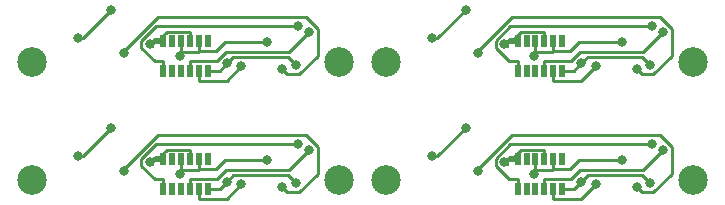
<source format=gtl>
%TF.GenerationSoftware,KiCad,Pcbnew,(6.0.1)*%
%TF.CreationDate,2022-12-02T01:02:59+09:00*%
%TF.ProjectId,VL6180ToF,564c3631-3830-4546-9f46-2e6b69636164,rev?*%
%TF.SameCoordinates,Original*%
%TF.FileFunction,Copper,L1,Top*%
%TF.FilePolarity,Positive*%
%FSLAX46Y46*%
G04 Gerber Fmt 4.6, Leading zero omitted, Abs format (unit mm)*
G04 Created by KiCad (PCBNEW (6.0.1)) date 2022-12-02 01:02:59*
%MOMM*%
%LPD*%
G01*
G04 APERTURE LIST*
%TA.AperFunction,SMDPad,CuDef*%
%ADD10R,0.508800X1.011199*%
%TD*%
%TA.AperFunction,ViaPad*%
%ADD11C,2.500000*%
%TD*%
%TA.AperFunction,ViaPad*%
%ADD12C,0.800000*%
%TD*%
%TA.AperFunction,Conductor*%
%ADD13C,0.250000*%
%TD*%
G04 APERTURE END LIST*
D10*
%TO.P,U2,1,GPIO1*%
%TO.N,Net-(R6-Pad2)*%
X128125000Y-108742200D03*
%TO.P,U2,2,NC*%
%TO.N,unconnected-(U2-Pad2)*%
X128875001Y-108742200D03*
%TO.P,U2,3,NC*%
%TO.N,unconnected-(U2-Pad3)*%
X129624999Y-108742200D03*
%TO.P,U2,4,GPIO0*%
%TO.N,Net-(R5-Pad2)*%
X130375001Y-108742200D03*
%TO.P,U2,5,SCL*%
%TO.N,Net-(Q1-Pad1)*%
X131124999Y-108742200D03*
%TO.P,U2,6,SDA*%
%TO.N,Net-(Q1-Pad4)*%
X131875000Y-108742200D03*
%TO.P,U2,7,NC*%
%TO.N,unconnected-(U2-Pad7)*%
X131875000Y-106257800D03*
%TO.P,U2,8,AVDD_VCSEL*%
%TO.N,VDD*%
X131124999Y-106257800D03*
%TO.P,U2,9,AVSS_VCSEL*%
%TO.N,GND*%
X130375001Y-106257800D03*
%TO.P,U2,10,AVDD*%
%TO.N,VDD*%
X129624999Y-106257800D03*
%TO.P,U2,11,NC*%
%TO.N,unconnected-(U2-Pad11)*%
X128875001Y-106257800D03*
%TO.P,U2,12,AVSS*%
%TO.N,GND*%
X128125000Y-106257800D03*
%TD*%
%TO.P,U2,1,GPIO1*%
%TO.N,Net-(R6-Pad2)*%
X128125000Y-118742200D03*
%TO.P,U2,2,NC*%
%TO.N,unconnected-(U2-Pad2)*%
X128875001Y-118742200D03*
%TO.P,U2,3,NC*%
%TO.N,unconnected-(U2-Pad3)*%
X129624999Y-118742200D03*
%TO.P,U2,4,GPIO0*%
%TO.N,Net-(R5-Pad2)*%
X130375001Y-118742200D03*
%TO.P,U2,5,SCL*%
%TO.N,Net-(Q1-Pad1)*%
X131124999Y-118742200D03*
%TO.P,U2,6,SDA*%
%TO.N,Net-(Q1-Pad4)*%
X131875000Y-118742200D03*
%TO.P,U2,7,NC*%
%TO.N,unconnected-(U2-Pad7)*%
X131875000Y-116257800D03*
%TO.P,U2,8,AVDD_VCSEL*%
%TO.N,VDD*%
X131124999Y-116257800D03*
%TO.P,U2,9,AVSS_VCSEL*%
%TO.N,GND*%
X130375001Y-116257800D03*
%TO.P,U2,10,AVDD*%
%TO.N,VDD*%
X129624999Y-116257800D03*
%TO.P,U2,11,NC*%
%TO.N,unconnected-(U2-Pad11)*%
X128875001Y-116257800D03*
%TO.P,U2,12,AVSS*%
%TO.N,GND*%
X128125000Y-116257800D03*
%TD*%
%TO.P,U2,1,GPIO1*%
%TO.N,Net-(R6-Pad2)*%
X158125000Y-108742200D03*
%TO.P,U2,2,NC*%
%TO.N,unconnected-(U2-Pad2)*%
X158875001Y-108742200D03*
%TO.P,U2,3,NC*%
%TO.N,unconnected-(U2-Pad3)*%
X159624999Y-108742200D03*
%TO.P,U2,4,GPIO0*%
%TO.N,Net-(R5-Pad2)*%
X160375001Y-108742200D03*
%TO.P,U2,5,SCL*%
%TO.N,Net-(Q1-Pad1)*%
X161124999Y-108742200D03*
%TO.P,U2,6,SDA*%
%TO.N,Net-(Q1-Pad4)*%
X161875000Y-108742200D03*
%TO.P,U2,7,NC*%
%TO.N,unconnected-(U2-Pad7)*%
X161875000Y-106257800D03*
%TO.P,U2,8,AVDD_VCSEL*%
%TO.N,VDD*%
X161124999Y-106257800D03*
%TO.P,U2,9,AVSS_VCSEL*%
%TO.N,GND*%
X160375001Y-106257800D03*
%TO.P,U2,10,AVDD*%
%TO.N,VDD*%
X159624999Y-106257800D03*
%TO.P,U2,11,NC*%
%TO.N,unconnected-(U2-Pad11)*%
X158875001Y-106257800D03*
%TO.P,U2,12,AVSS*%
%TO.N,GND*%
X158125000Y-106257800D03*
%TD*%
%TO.P,U2,1,GPIO1*%
%TO.N,Net-(R6-Pad2)*%
X158125000Y-118742200D03*
%TO.P,U2,2,NC*%
%TO.N,unconnected-(U2-Pad2)*%
X158875001Y-118742200D03*
%TO.P,U2,3,NC*%
%TO.N,unconnected-(U2-Pad3)*%
X159624999Y-118742200D03*
%TO.P,U2,4,GPIO0*%
%TO.N,Net-(R5-Pad2)*%
X160375001Y-118742200D03*
%TO.P,U2,5,SCL*%
%TO.N,Net-(Q1-Pad1)*%
X161124999Y-118742200D03*
%TO.P,U2,6,SDA*%
%TO.N,Net-(Q1-Pad4)*%
X161875000Y-118742200D03*
%TO.P,U2,7,NC*%
%TO.N,unconnected-(U2-Pad7)*%
X161875000Y-116257800D03*
%TO.P,U2,8,AVDD_VCSEL*%
%TO.N,VDD*%
X161124999Y-116257800D03*
%TO.P,U2,9,AVSS_VCSEL*%
%TO.N,GND*%
X160375001Y-116257800D03*
%TO.P,U2,10,AVDD*%
%TO.N,VDD*%
X159624999Y-116257800D03*
%TO.P,U2,11,NC*%
%TO.N,unconnected-(U2-Pad11)*%
X158875001Y-116257800D03*
%TO.P,U2,12,AVSS*%
%TO.N,GND*%
X158125000Y-116257800D03*
%TD*%
D11*
%TO.N,*%
X117000000Y-108000000D03*
X147000000Y-118000000D03*
X147000000Y-108000000D03*
X143000000Y-108000000D03*
X173000000Y-118000000D03*
X117000000Y-118000000D03*
X173000000Y-108000000D03*
X143000000Y-118000000D03*
D12*
%TO.N,GND*%
X157000000Y-116500000D03*
X127000000Y-106500000D03*
X157000000Y-106500000D03*
X127000000Y-116500000D03*
%TO.N,VCC*%
X153723500Y-113587000D03*
X123723500Y-103587000D03*
X120900900Y-115998100D03*
X153723500Y-103587000D03*
X150900900Y-115998100D03*
X123723500Y-113587000D03*
X120900900Y-105998100D03*
X150900900Y-105998100D03*
%TO.N,VDD*%
X129500000Y-107500000D03*
X136919900Y-106325200D03*
X159500000Y-117500000D03*
X129500000Y-117500000D03*
X136919900Y-116325200D03*
X159500000Y-107500000D03*
X166919900Y-106325200D03*
X166919900Y-116325200D03*
%TO.N,Net-(J1-Pad5)*%
X138188400Y-118612900D03*
X154743500Y-117248200D03*
X124743500Y-117248200D03*
X154743500Y-107248200D03*
X124743500Y-107248200D03*
X168188400Y-118612900D03*
X168188400Y-108612900D03*
X138188400Y-108612900D03*
%TO.N,Net-(Q1-Pad4)*%
X133504900Y-118129600D03*
X139337900Y-118277800D03*
X139337900Y-108277800D03*
X169337900Y-118277800D03*
X163504900Y-108129600D03*
X169337900Y-108277800D03*
X163504900Y-118129600D03*
X133504900Y-108129600D03*
%TO.N,Net-(Q1-Pad1)*%
X134733200Y-108342000D03*
X134733200Y-118342000D03*
X164733200Y-108342000D03*
X164733200Y-118342000D03*
%TO.N,Net-(R5-Pad2)*%
X170417400Y-115453200D03*
X140417400Y-115453200D03*
X170417400Y-105453200D03*
X140417400Y-105453200D03*
%TO.N,Net-(R6-Pad2)*%
X139498200Y-104941100D03*
X169498200Y-104941100D03*
X139498200Y-114941100D03*
X169498200Y-114941100D03*
%TD*%
D13*
%TO.N,GND*%
X127683400Y-106258000D02*
X127683400Y-106154000D01*
X128124800Y-106258000D02*
X128125000Y-106257800D01*
X130375000Y-106257800D02*
X130375000Y-105426900D01*
X128124800Y-116258000D02*
X127683400Y-116258000D01*
X128124800Y-116258000D02*
X128125000Y-116257800D01*
X128125000Y-116258000D02*
X128124800Y-116258000D01*
X128125000Y-106258000D02*
X128124800Y-106258000D01*
X127242000Y-116258000D02*
X127000000Y-116500000D01*
X127683400Y-116154000D02*
X128410500Y-115426900D01*
X157683400Y-116258000D02*
X157683400Y-116154000D01*
X130375000Y-116257800D02*
X130375000Y-115426900D01*
X157683400Y-116154000D02*
X158410500Y-115426900D01*
X157242000Y-106258000D02*
X157000000Y-106500000D01*
X127683400Y-116258000D02*
X127683400Y-116154000D01*
X158124800Y-106258000D02*
X158125000Y-106257800D01*
X157683400Y-106154000D02*
X158410500Y-105426900D01*
X128410500Y-105426900D02*
X130375000Y-105426900D01*
X128124800Y-106258000D02*
X127683400Y-106258000D01*
X158125000Y-106258000D02*
X158124800Y-106258000D01*
X127242000Y-106258000D02*
X127000000Y-106500000D01*
X160375000Y-106257800D02*
X160375000Y-105426900D01*
X158124800Y-116258000D02*
X158125000Y-116257800D01*
X158125000Y-116258000D02*
X158124800Y-116258000D01*
X157683400Y-106258000D02*
X157683400Y-106154000D01*
X158124800Y-106258000D02*
X157683400Y-106258000D01*
X160375000Y-116257800D02*
X160375000Y-115426900D01*
X158410500Y-115426900D02*
X160375000Y-115426900D01*
X128410500Y-115426900D02*
X130375000Y-115426900D01*
X157683400Y-116258000D02*
X157242000Y-116258000D01*
X127683400Y-106154000D02*
X128410500Y-105426900D01*
X157242000Y-116258000D02*
X157000000Y-116500000D01*
X157683400Y-106258000D02*
X157242000Y-106258000D01*
X158410500Y-105426900D02*
X160375000Y-105426900D01*
X158124800Y-116258000D02*
X157683400Y-116258000D01*
X127683400Y-106258000D02*
X127242000Y-106258000D01*
X127683400Y-116258000D02*
X127242000Y-116258000D01*
%TO.N,VCC*%
X153723500Y-113587000D02*
X151312400Y-115998100D01*
X153723500Y-103587000D02*
X151312400Y-105998100D01*
X121312400Y-105998100D02*
X120900900Y-105998100D01*
X123723500Y-103587000D02*
X121312400Y-105998100D01*
X151312400Y-105998100D02*
X150900900Y-105998100D01*
X123723500Y-113587000D02*
X121312400Y-115998100D01*
X121312400Y-115998100D02*
X120900900Y-115998100D01*
X151312400Y-115998100D02*
X150900900Y-115998100D01*
%TO.N,VDD*%
X159625000Y-116258000D02*
X159625000Y-116257800D01*
X131094500Y-117119200D02*
X131125000Y-117088700D01*
X129625000Y-116258000D02*
X129625000Y-116257800D01*
X163300500Y-106325200D02*
X166919900Y-106325200D01*
X162537000Y-107088700D02*
X163300500Y-106325200D01*
X161125000Y-106976100D02*
X161125000Y-107088700D01*
X132537000Y-117088700D02*
X133300500Y-116325200D01*
X161125000Y-117088700D02*
X162537000Y-117088700D01*
X159625000Y-107119200D02*
X159625000Y-107375000D01*
X159625000Y-117119200D02*
X161094500Y-117119200D01*
X131094500Y-107119200D02*
X131125000Y-107088700D01*
X132537000Y-107088700D02*
X133300500Y-106325200D01*
X131125000Y-116976100D02*
X131125000Y-117088700D01*
X162537000Y-117088700D02*
X163300500Y-116325200D01*
X129625000Y-107375000D02*
X129500000Y-107500000D01*
X129625000Y-117119200D02*
X129625000Y-117375000D01*
X131125000Y-107088700D02*
X132537000Y-107088700D01*
X159625000Y-107375000D02*
X159500000Y-107500000D01*
X161094500Y-107119200D02*
X161125000Y-107088700D01*
X129625000Y-107119200D02*
X129625000Y-107375000D01*
X133300500Y-116325200D02*
X136919900Y-116325200D01*
X129625000Y-106258000D02*
X129625000Y-106257800D01*
X159625000Y-117375000D02*
X159500000Y-117500000D01*
X129625000Y-116258000D02*
X129625000Y-117119200D01*
X131125000Y-117088700D02*
X132537000Y-117088700D01*
X159625000Y-107119200D02*
X161094500Y-107119200D01*
X159625000Y-106258000D02*
X159625000Y-106257800D01*
X161125000Y-107088700D02*
X162537000Y-107088700D01*
X161125000Y-116976100D02*
X161125000Y-117088700D01*
X133300500Y-106325200D02*
X136919900Y-106325200D01*
X161125000Y-116257800D02*
X161125000Y-116976100D01*
X129625000Y-117119200D02*
X131094500Y-117119200D01*
X161125000Y-106257800D02*
X161125000Y-106976100D01*
X159625000Y-106258000D02*
X159625000Y-107119200D01*
X159625000Y-116258000D02*
X159625000Y-117119200D01*
X159625000Y-117119200D02*
X159625000Y-117375000D01*
X131125000Y-106257800D02*
X131125000Y-106976100D01*
X129625000Y-106258000D02*
X129625000Y-107119200D01*
X131125000Y-116257800D02*
X131125000Y-116976100D01*
X129625000Y-107119200D02*
X131094500Y-107119200D01*
X129625000Y-117375000D02*
X129500000Y-117500000D01*
X161094500Y-117119200D02*
X161125000Y-117088700D01*
X131125000Y-106976100D02*
X131125000Y-107088700D01*
X163300500Y-116325200D02*
X166919900Y-116325200D01*
%TO.N,Net-(J1-Pad5)*%
X138188400Y-118612900D02*
X138617600Y-119042100D01*
X138188400Y-108612900D02*
X138617600Y-109042100D01*
X141169600Y-115175800D02*
X140169000Y-114175200D01*
X169601800Y-119042100D02*
X171169600Y-117474300D01*
X168188400Y-118612900D02*
X168617600Y-119042100D01*
X157636400Y-114175200D02*
X154743600Y-117068000D01*
X154743600Y-107068000D02*
X154743600Y-107248200D01*
X141169600Y-105175800D02*
X140169000Y-104175200D01*
X171169600Y-105175800D02*
X170169000Y-104175200D01*
X124743600Y-117068000D02*
X124743600Y-117248200D01*
X168617600Y-119042100D02*
X169601800Y-119042100D01*
X170169000Y-114175200D02*
X157636400Y-114175200D01*
X171169600Y-117474300D02*
X171169600Y-115175800D01*
X169601800Y-109042100D02*
X171169600Y-107474300D01*
X168188400Y-108612900D02*
X168617600Y-109042100D01*
X141169600Y-117474300D02*
X141169600Y-115175800D01*
X141169600Y-107474300D02*
X141169600Y-105175800D01*
X124743600Y-107068000D02*
X124743600Y-107248200D01*
X170169000Y-104175200D02*
X157636400Y-104175200D01*
X171169600Y-107474300D02*
X171169600Y-105175800D01*
X157636400Y-104175200D02*
X154743600Y-107068000D01*
X171169600Y-115175800D02*
X170169000Y-114175200D01*
X154743600Y-117068000D02*
X154743600Y-117248200D01*
X168617600Y-109042100D02*
X169601800Y-109042100D01*
X139601800Y-119042100D02*
X141169600Y-117474300D01*
X138617600Y-119042100D02*
X139601800Y-119042100D01*
X140169000Y-104175200D02*
X127636400Y-104175200D01*
X127636400Y-104175200D02*
X124743600Y-107068000D01*
X154743600Y-117248200D02*
X154743500Y-117248200D01*
X124743600Y-107248200D02*
X124743500Y-107248200D01*
X127636400Y-114175200D02*
X124743600Y-117068000D01*
X154743600Y-107248200D02*
X154743500Y-107248200D01*
X124743600Y-117248200D02*
X124743500Y-117248200D01*
X140169000Y-114175200D02*
X127636400Y-114175200D01*
X139601800Y-109042100D02*
X141169600Y-107474300D01*
X138617600Y-109042100D02*
X139601800Y-109042100D01*
%TO.N,Net-(Q1-Pad4)*%
X138641100Y-107581000D02*
X139337900Y-108277800D01*
X168641100Y-117581000D02*
X169337900Y-118277800D01*
X134053500Y-117581000D02*
X138641100Y-117581000D01*
X134053500Y-107581000D02*
X138641100Y-107581000D01*
X131875000Y-118742200D02*
X132892300Y-118742200D01*
X133504900Y-108129600D02*
X134053500Y-107581000D01*
X131875000Y-108742200D02*
X132892300Y-108742200D01*
X163504900Y-118129600D02*
X164053500Y-117581000D01*
X162892300Y-118742200D02*
X163504900Y-118129600D01*
X132892300Y-118742200D02*
X133504900Y-118129600D01*
X162892300Y-108742200D02*
X163504900Y-108129600D01*
X138641100Y-117581000D02*
X139337900Y-118277800D01*
X163504900Y-108129600D02*
X164053500Y-107581000D01*
X161875000Y-118742200D02*
X162892300Y-118742200D01*
X168641100Y-107581000D02*
X169337900Y-108277800D01*
X164053500Y-107581000D02*
X168641100Y-107581000D01*
X133504900Y-118129600D02*
X134053500Y-117581000D01*
X132892300Y-108742200D02*
X133504900Y-108129600D01*
X161875000Y-108742200D02*
X162892300Y-108742200D01*
X164053500Y-117581000D02*
X168641100Y-117581000D01*
%TO.N,Net-(Q1-Pad1)*%
X163502100Y-119573100D02*
X164733200Y-118342000D01*
X161125000Y-109573100D02*
X163502100Y-109573100D01*
X131125000Y-108742200D02*
X131125000Y-109573100D01*
X131125000Y-118742200D02*
X131125000Y-119573100D01*
X133502100Y-109573100D02*
X134733200Y-108342000D01*
X161125000Y-108742200D02*
X161125000Y-109573100D01*
X163502100Y-109573100D02*
X164733200Y-108342000D01*
X161125000Y-119573100D02*
X163502100Y-119573100D01*
X131125000Y-119573100D02*
X133502100Y-119573100D01*
X161125000Y-118742200D02*
X161125000Y-119573100D01*
X133502100Y-119573100D02*
X134733200Y-118342000D01*
X131125000Y-109573100D02*
X133502100Y-109573100D01*
%TO.N,Net-(R5-Pad2)*%
X130375000Y-108742200D02*
X130375000Y-107911300D01*
X160375000Y-118742200D02*
X160375000Y-117911300D01*
X132638800Y-107911300D02*
X130375000Y-107911300D01*
X162638800Y-107911300D02*
X160375000Y-107911300D01*
X140417400Y-115453200D02*
X138740000Y-117130600D01*
X170417400Y-105453200D02*
X168740000Y-107130600D01*
X163419500Y-107130600D02*
X162638800Y-107911300D01*
X138740000Y-117130600D02*
X133419500Y-117130600D01*
X133419500Y-107130600D02*
X132638800Y-107911300D01*
X170417400Y-115453200D02*
X168740000Y-117130600D01*
X160375000Y-108742200D02*
X160375000Y-107911300D01*
X168740000Y-107130600D02*
X163419500Y-107130600D01*
X163419500Y-117130600D02*
X162638800Y-117911300D01*
X130375000Y-118742200D02*
X130375000Y-117911300D01*
X138740000Y-107130600D02*
X133419500Y-107130600D01*
X140417400Y-105453200D02*
X138740000Y-107130600D01*
X162638800Y-117911300D02*
X160375000Y-117911300D01*
X132638800Y-117911300D02*
X130375000Y-117911300D01*
X133419500Y-117130600D02*
X132638800Y-117911300D01*
X168740000Y-117130600D02*
X163419500Y-117130600D01*
%TO.N,Net-(R6-Pad2)*%
X158125000Y-118742200D02*
X158125000Y-117911300D01*
X127377300Y-117911300D02*
X126248300Y-116782300D01*
X158125000Y-117911300D02*
X157377300Y-117911300D01*
X157377300Y-107911300D02*
X156248300Y-106782300D01*
X127377300Y-107911300D02*
X126248300Y-106782300D01*
X126248300Y-106782300D02*
X126248300Y-106200200D01*
X127507400Y-114941100D02*
X139498200Y-114941100D01*
X126248300Y-116782300D02*
X126248300Y-116200200D01*
X128125000Y-118742200D02*
X128125000Y-117911300D01*
X156248300Y-116782300D02*
X156248300Y-116200200D01*
X128125000Y-117911300D02*
X127377300Y-117911300D01*
X126248300Y-106200200D02*
X127507400Y-104941100D01*
X128125000Y-107911300D02*
X127377300Y-107911300D01*
X156248300Y-106200200D02*
X157507400Y-104941100D01*
X158125000Y-107911300D02*
X157377300Y-107911300D01*
X157507400Y-114941100D02*
X169498200Y-114941100D01*
X128125000Y-108742200D02*
X128125000Y-107911300D01*
X157507400Y-104941100D02*
X169498200Y-104941100D01*
X127507400Y-104941100D02*
X139498200Y-104941100D01*
X156248300Y-116200200D02*
X157507400Y-114941100D01*
X157377300Y-117911300D02*
X156248300Y-116782300D01*
X158125000Y-108742200D02*
X158125000Y-107911300D01*
X126248300Y-116200200D02*
X127507400Y-114941100D01*
X156248300Y-106782300D02*
X156248300Y-106200200D01*
%TD*%
%TA.AperFunction,Conductor*%
%TO.N,GND*%
G36*
X128054222Y-116023802D02*
G01*
X128100715Y-116077458D01*
X128112101Y-116129800D01*
X128112101Y-116385800D01*
X128092099Y-116453921D01*
X128038443Y-116500414D01*
X127986101Y-116511800D01*
X127380716Y-116511800D01*
X127365477Y-116516275D01*
X127364272Y-116517665D01*
X127362601Y-116525348D01*
X127362601Y-116696505D01*
X127342599Y-116764626D01*
X127288943Y-116811119D01*
X127218669Y-116821223D01*
X127154089Y-116791729D01*
X127147506Y-116785600D01*
X126942250Y-116580344D01*
X126908224Y-116518032D01*
X126913289Y-116447217D01*
X126942250Y-116402154D01*
X127303699Y-116040705D01*
X127366011Y-116006679D01*
X127392794Y-116003800D01*
X127986101Y-116003800D01*
X128054222Y-116023802D01*
G37*
%TD.AperFunction*%
%TD*%
%TA.AperFunction,Conductor*%
%TO.N,GND*%
G36*
X158054222Y-116023802D02*
G01*
X158100715Y-116077458D01*
X158112101Y-116129800D01*
X158112101Y-116385800D01*
X158092099Y-116453921D01*
X158038443Y-116500414D01*
X157986101Y-116511800D01*
X157380716Y-116511800D01*
X157365477Y-116516275D01*
X157364272Y-116517665D01*
X157362601Y-116525348D01*
X157362601Y-116696505D01*
X157342599Y-116764626D01*
X157288943Y-116811119D01*
X157218669Y-116821223D01*
X157154089Y-116791729D01*
X157147506Y-116785600D01*
X156942250Y-116580344D01*
X156908224Y-116518032D01*
X156913289Y-116447217D01*
X156942250Y-116402154D01*
X157303699Y-116040705D01*
X157366011Y-116006679D01*
X157392794Y-116003800D01*
X157986101Y-116003800D01*
X158054222Y-116023802D01*
G37*
%TD.AperFunction*%
%TD*%
%TA.AperFunction,Conductor*%
%TO.N,GND*%
G36*
X158054222Y-106023802D02*
G01*
X158100715Y-106077458D01*
X158112101Y-106129800D01*
X158112101Y-106385800D01*
X158092099Y-106453921D01*
X158038443Y-106500414D01*
X157986101Y-106511800D01*
X157380716Y-106511800D01*
X157365477Y-106516275D01*
X157364272Y-106517665D01*
X157362601Y-106525348D01*
X157362601Y-106696505D01*
X157342599Y-106764626D01*
X157288943Y-106811119D01*
X157218669Y-106821223D01*
X157154089Y-106791729D01*
X157147506Y-106785600D01*
X156942250Y-106580344D01*
X156908224Y-106518032D01*
X156913289Y-106447217D01*
X156942250Y-106402154D01*
X157303699Y-106040705D01*
X157366011Y-106006679D01*
X157392794Y-106003800D01*
X157986101Y-106003800D01*
X158054222Y-106023802D01*
G37*
%TD.AperFunction*%
%TD*%
%TA.AperFunction,Conductor*%
%TO.N,GND*%
G36*
X128054222Y-106023802D02*
G01*
X128100715Y-106077458D01*
X128112101Y-106129800D01*
X128112101Y-106385800D01*
X128092099Y-106453921D01*
X128038443Y-106500414D01*
X127986101Y-106511800D01*
X127380716Y-106511800D01*
X127365477Y-106516275D01*
X127364272Y-106517665D01*
X127362601Y-106525348D01*
X127362601Y-106696505D01*
X127342599Y-106764626D01*
X127288943Y-106811119D01*
X127218669Y-106821223D01*
X127154089Y-106791729D01*
X127147506Y-106785600D01*
X126942250Y-106580344D01*
X126908224Y-106518032D01*
X126913289Y-106447217D01*
X126942250Y-106402154D01*
X127303699Y-106040705D01*
X127366011Y-106006679D01*
X127392794Y-106003800D01*
X127986101Y-106003800D01*
X128054222Y-106023802D01*
G37*
%TD.AperFunction*%
%TD*%
M02*

</source>
